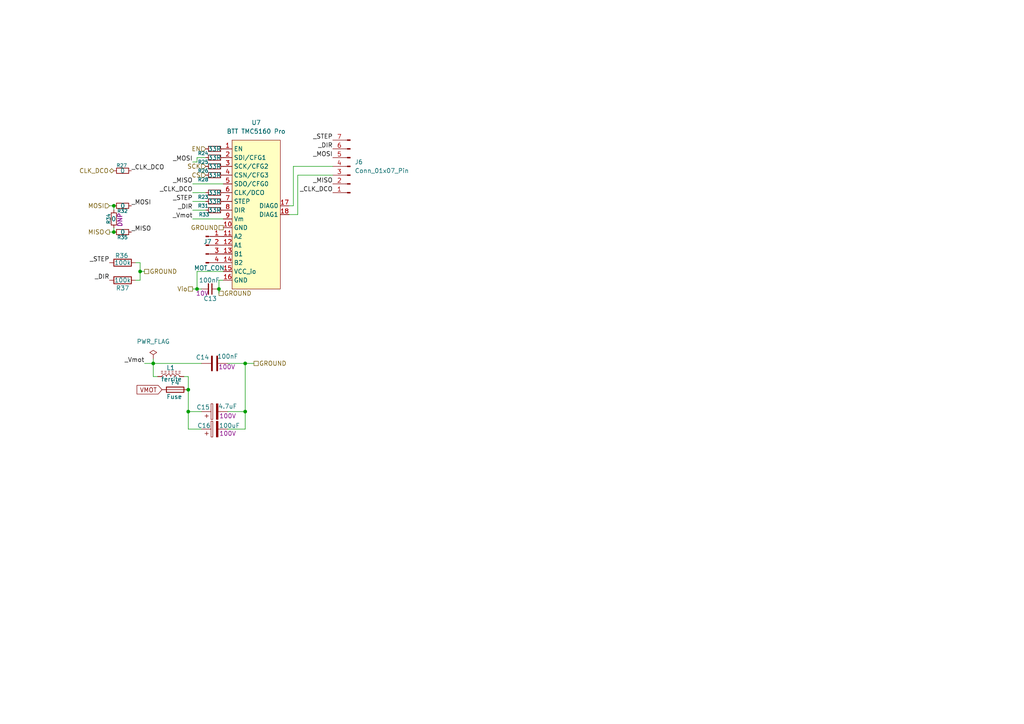
<source format=kicad_sch>
(kicad_sch (version 20250114) (generator "eeschema") (generator_version "9.0")
  (paper "A4")
  (lib_symbols
    (symbol "Connector:Conn_01x04_Pin" (pin_names (offset 1.016) (hide yes))
      (property "Reference" "J" (at 0 5.08 0))
      (property "Value" "Conn_01x04_Pin" (at 0 -7.62 0))
      (symbol "Conn_01x04_Pin_1_1"
        (rectangle (start 0.8636 2.667) (end 0 2.413) (stroke (width 0.1524)) (fill (type outline)))
        (rectangle (start 0.8636 0.127) (end 0 -0.127) (stroke (width 0.1524)) (fill (type outline)))
        (rectangle (start 0.8636 -2.413) (end 0 -2.667) (stroke (width 0.1524)) (fill (type outline)))
        (rectangle (start 0.8636 -4.953) (end 0 -5.207) (stroke (width 0.1524)) (fill (type outline)))
        (polyline (pts (xy 1.27 2.54) (xy 0.8636 2.54)) (stroke (width 0.1524)))
        (polyline (pts (xy 1.27 0) (xy 0.8636 0)) (stroke (width 0.1524)))
        (polyline (pts (xy 1.27 -2.54) (xy 0.8636 -2.54)) (stroke (width 0.1524)))
        (polyline (pts (xy 1.27 -5.08) (xy 0.8636 -5.08)) (stroke (width 0.1524)))
        (pin passive line (at 5.08 2.54 180) (length 3.81) (name "Pin_1") (number "1"))
        (pin passive line (at 5.08 0 180) (length 3.81) (name "Pin_2") (number "2"))
        (pin passive line (at 5.08 -2.54 180) (length 3.81) (name "Pin_3") (number "3"))
        (pin passive line (at 5.08 -5.08 180) (length 3.81) (name "Pin_4") (number "4"))
      )
    )
    (symbol "Connector:Conn_01x07_Pin" (pin_names (offset 1.016) (hide yes))
      (property "Reference" "J" (at 0 10.16 0))
      (property "Value" "Conn_01x07_Pin" (at 0 -10.16 0))
      (symbol "Conn_01x07_Pin_1_1"
        (rectangle (start 0.8636 7.747) (end 0 7.493) (stroke (width 0.1524)) (fill (type outline)))
        (rectangle (start 0.8636 5.207) (end 0 4.953) (stroke (width 0.1524)) (fill (type outline)))
        (rectangle (start 0.8636 2.667) (end 0 2.413) (stroke (width 0.1524)) (fill (type outline)))
        (rectangle (start 0.8636 0.127) (end 0 -0.127) (stroke (width 0.1524)) (fill (type outline)))
        (rectangle (start 0.8636 -2.413) (end 0 -2.667) (stroke (width 0.1524)) (fill (type outline)))
        (rectangle (start 0.8636 -4.953) (end 0 -5.207) (stroke (width 0.1524)) (fill (type outline)))
        (rectangle (start 0.8636 -7.493) (end 0 -7.747) (stroke (width 0.1524)) (fill (type outline)))
        (polyline (pts (xy 1.27 7.62) (xy 0.8636 7.62)) (stroke (width 0.1524)))
        (polyline (pts (xy 1.27 5.08) (xy 0.8636 5.08)) (stroke (width 0.1524)))
        (polyline (pts (xy 1.27 2.54) (xy 0.8636 2.54)) (stroke (width 0.1524)))
        (polyline (pts (xy 1.27 0) (xy 0.8636 0)) (stroke (width 0.1524)))
        (polyline (pts (xy 1.27 -2.54) (xy 0.8636 -2.54)) (stroke (width 0.1524)))
        (polyline (pts (xy 1.27 -5.08) (xy 0.8636 -5.08)) (stroke (width 0.1524)))
        (polyline (pts (xy 1.27 -7.62) (xy 0.8636 -7.62)) (stroke (width 0.1524)))
        (pin passive line (at 5.08 7.62 180) (length 3.81) (name "Pin_1") (number "1"))
        (pin passive line (at 5.08 5.08 180) (length 3.81) (name "Pin_2") (number "2"))
        (pin passive line (at 5.08 2.54 180) (length 3.81) (name "Pin_3") (number "3"))
        (pin passive line (at 5.08 0 180) (length 3.81) (name "Pin_4") (number "4"))
        (pin passive line (at 5.08 -2.54 180) (length 3.81) (name "Pin_5") (number "5"))
        (pin passive line (at 5.08 -5.08 180) (length 3.81) (name "Pin_6") (number "6"))
        (pin passive line (at 5.08 -7.62 180) (length 3.81) (name "Pin_7") (number "7"))
      )
    )
    (symbol "Device:C" (pin_numbers (hide yes)) (pin_names (offset 0.254))
      (property "Reference" "C" (at 0.635 2.54 0))
      (property "Value" "C" (at 0.635 -2.54 0))
      (symbol "C_0_1"
        (polyline (pts (xy -2.032 0.762) (xy 2.032 0.762)) (stroke (width 0.508)))
        (polyline (pts (xy -2.032 -0.762) (xy 2.032 -0.762)) (stroke (width 0.508)))
      )
      (symbol "C_1_1"
        (pin passive line (at 0 3.81 270) (length 2.794) (name "~") (number "1"))
        (pin passive line (at 0 -3.81 90) (length 2.794) (name "~") (number "2"))
      )
    )
    (symbol "Device:C_Polarized" (pin_numbers (hide yes)) (pin_names (offset 0.254))
      (property "Reference" "C" (at 0.635 2.54 0))
      (property "Value" "C_Polarized" (at 0.635 -2.54 0))
      (symbol "C_Polarized_0_1"
        (rectangle (start -2.286 0.508) (end 2.286 1.016))
        (polyline (pts (xy -1.778 2.286) (xy -0.762 2.286)))
        (polyline (pts (xy -1.27 2.794) (xy -1.27 1.778)))
        (rectangle (start 2.286 -0.508) (end -2.286 -1.016) (fill (type outline)))
      )
      (symbol "C_Polarized_1_1"
        (pin passive line (at 0 3.81 270) (length 2.794) (name "~") (number "1"))
        (pin passive line (at 0 -3.81 90) (length 2.794) (name "~") (number "2"))
      )
    )
    (symbol "Device:C_Small" (pin_numbers (hide yes)) (pin_names (offset 0.254) (hide yes))
      (property "Reference" "C" (at 0.254 1.778 0))
      (property "Value" "C_Small" (at 0.254 -2.032 0))
      (symbol "C_Small_0_1"
        (polyline (pts (xy -1.524 0.508) (xy 1.524 0.508)) (stroke (width 0.3048)))
        (polyline (pts (xy -1.524 -0.508) (xy 1.524 -0.508)) (stroke (width 0.3302)))
      )
      (symbol "C_Small_1_1"
        (pin passive line (at 0 2.54 270) (length 2.032) (name "~") (number "1"))
        (pin passive line (at 0 -2.54 90) (length 2.032) (name "~") (number "2"))
      )
    )
    (symbol "Device:Fuse" (pin_numbers (hide yes)) (pin_names (offset 0))
      (property "Reference" "F" (at 2.032 0 90))
      (property "Value" "Fuse" (at -1.905 0 90))
      (symbol "Fuse_0_1"
        (rectangle (start -0.762 -2.54) (end 0.762 2.54) (stroke (width 0.254)))
        (polyline (pts (xy 0 2.54) (xy 0 -2.54)))
      )
      (symbol "Fuse_1_1"
        (pin passive line (at 0 3.81 270) (length 1.27) (name "~") (number "1"))
        (pin passive line (at 0 -3.81 90) (length 1.27) (name "~") (number "2"))
      )
    )
    (symbol "Device:L_Ferrite" (pin_numbers (hide yes)) (pin_names (offset 1.016) (hide yes))
      (property "Reference" "L" (at -1.27 0 90))
      (property "Value" "L_Ferrite" (at 2.794 0 90))
      (symbol "L_Ferrite_0_1"
        (arc (start 0 2.54) (mid 0.6323 1.905) (end 0 1.27))
        (arc (start 0 1.27) (mid 0.6323 0.635) (end 0 0))
        (arc (start 0 0) (mid 0.6323 -0.635) (end 0 -1.27))
        (arc (start 0 -1.27) (mid 0.6323 -1.905) (end 0 -2.54))
        (polyline (pts (xy 1.016 2.286) (xy 1.016 2.794)))
        (polyline (pts (xy 1.016 1.27) (xy 1.016 1.778)))
        (polyline (pts (xy 1.016 0.254) (xy 1.016 0.762)))
        (polyline (pts (xy 1.016 -0.762) (xy 1.016 -0.254)))
        (polyline (pts (xy 1.016 -1.778) (xy 1.016 -1.27)))
        (polyline (pts (xy 1.016 -2.794) (xy 1.016 -2.286)))
        (polyline (pts (xy 1.524 2.794) (xy 1.524 2.286)))
        (polyline (pts (xy 1.524 1.778) (xy 1.524 1.27)))
        (polyline (pts (xy 1.524 0.762) (xy 1.524 0.254)))
        (polyline (pts (xy 1.524 -0.254) (xy 1.524 -0.762)))
        (polyline (pts (xy 1.524 -1.27) (xy 1.524 -1.778)))
        (polyline (pts (xy 1.524 -2.286) (xy 1.524 -2.794)))
      )
      (symbol "L_Ferrite_1_1"
        (pin passive line (at 0 3.81 270) (length 1.27) (name "1") (number "1"))
        (pin passive line (at 0 -3.81 90) (length 1.27) (name "2") (number "2"))
      )
    )
    (symbol "Device:R" (pin_numbers (hide yes)) (pin_names (offset 0))
      (property "Reference" "R" (at 2.032 0 90))
      (property "Value" "R" (at 0 0 90))
      (symbol "R_0_1"
        (rectangle (start -1.016 -2.54) (end 1.016 2.54) (stroke (width 0.254)))
      )
      (symbol "R_1_1"
        (pin passive line (at 0 3.81 270) (length 1.27) (name "~") (number "1"))
        (pin passive line (at 0 -3.81 90) (length 1.27) (name "~") (number "2"))
      )
    )
    (symbol "Device:R_Small" (pin_numbers (hide yes)) (pin_names (offset 0.254) (hide yes))
      (property "Reference" "R" (at 0 0 90))
      (property "Value" "R_Small" (at 1.778 0 90))
      (symbol "R_Small_0_1"
        (rectangle (start -0.762 1.778) (end 0.762 -1.778) (stroke (width 0.2032)))
      )
      (symbol "R_Small_1_1"
        (pin passive line (at 0 2.54 270) (length 0.762) (name "~") (number "1"))
        (pin passive line (at 0 -2.54 90) (length 0.762) (name "~") (number "2"))
      )
    )
    (symbol "Driver_Motor:BTT-TMC5160-PRO-v1_0"
      (property "Reference" "U" (at 6.858 -44.704 0))
      (property "Value" "BTT TMC5160 Pro" (at 6.35 1.27 0))
      (symbol "BTT-TMC5160-PRO-v1_0_1_1"
        (rectangle (start 0 0) (end 13.97 -43.18) (fill (type background)))
        (pin input line (at -2.54 -2.54 0) (length 2.54) (name "EN") (number "1"))
        (pin input line (at -2.54 -5.08 0) (length 2.54) (name "SDI/CFG1") (number "2"))
        (pin input line (at -2.54 -7.62 0) (length 2.54) (name "SCK/CFG2") (number "3"))
        (pin input line (at -2.54 -10.16 0) (length 2.54) (name "CSN/CFG3") (number "4"))
        (pin output line (at -2.54 -12.7 0) (length 2.54) (name "SDO/CFG0") (number "5"))
        (pin bidirectional line (at -2.54 -15.24 0) (length 2.54) (name "CLK/DCO") (number "6"))
        (pin input line (at -2.54 -17.78 0) (length 2.54) (name "STEP") (number "7"))
        (pin input line (at -2.54 -20.32 0) (length 2.54) (name "DIR") (number "8"))
        (pin power_in line (at -2.54 -22.86 0) (length 2.54) (name "Vm") (number "9"))
        (pin power_in line (at -2.54 -25.4 0) (length 2.54) (name "GND") (number "10"))
        (pin power_out line (at -2.54 -27.94 0) (length 2.54) (name "A2") (number "11"))
        (pin power_out line (at -2.54 -30.48 0) (length 2.54) (name "A1") (number "12"))
        (pin power_out line (at -2.54 -33.02 0) (length 2.54) (name "B1") (number "13"))
        (pin power_out line (at -2.54 -35.56 0) (length 2.54) (name "B2") (number "14"))
        (pin power_in line (at -2.54 -38.1 0) (length 2.54) (name "VCC_io") (number "15"))
        (pin power_in line (at -2.54 -40.64 0) (length 2.54) (name "GND") (number "16"))
        (pin bidirectional line (at 16.51 -19.05 180) (length 2.54) (name "DIAG0") (number "17"))
        (pin bidirectional line (at 16.51 -21.59 180) (length 2.54) (name "DIAG1") (number "18"))
      )
    )
    (symbol "power:PWR_FLAG" (power) (pin_numbers (hide yes)) (pin_names (offset 0) (hide yes))
      (property "Value" "PWR_FLAG" (at 0 3.81 0))
      (symbol "PWR_FLAG_0_0"
        (pin power_out line (at 0 0 90) (length 0) (name "~") (number "1"))
      )
      (symbol "PWR_FLAG_0_1"
        (polyline (pts (xy 0 0) (xy 0 1.27) (xy -1.016 1.905) (xy 0 2.54) (xy 1.016 1.905) (xy 0 1.27)))
      )
    )
  )
  (junction (at 40.64 78.74))
  (junction (at 54.61 113.03))
  (junction (at 33.02 59.69))
  (junction (at 33.02 67.31))
  (junction (at 57.15 83.82))
  (junction (at 71.12 105.41))
  (junction (at 44.45 105.41))
  (junction (at 63.5 83.82))
  (junction (at 71.12 119.38))
  (junction (at 54.61 119.38))
  (wire (pts (xy 55.88 63.5) (xy 64.77 63.5)))
  (wire (pts (xy 64.77 78.74) (xy 57.15 78.74)))
  (wire (pts (xy 31.75 59.69) (xy 33.02 59.69)))
  (wire (pts (xy 63.5 85.09) (xy 63.5 83.82)))
  (wire (pts (xy 55.88 83.82) (xy 57.15 83.82)))
  (wire (pts (xy 33.02 67.31) (xy 33.02 66.04)))
  (wire (pts (xy 55.88 58.42) (xy 59.69 58.42)))
  (wire (pts (xy 55.88 53.34) (xy 64.77 53.34)))
  (wire (pts (xy 40.64 76.2) (xy 40.64 78.74)))
  (wire (pts (xy 55.88 55.88) (xy 59.69 55.88)))
  (wire (pts (xy 83.82 62.23) (xy 86.36 62.23)))
  (wire (pts (xy 54.61 119.38) (xy 58.42 119.38)))
  (wire (pts (xy 40.64 81.28) (xy 40.64 78.74)))
  (wire (pts (xy 41.91 105.41) (xy 44.45 105.41)))
  (wire (pts (xy 55.88 60.96) (xy 59.69 60.96)))
  (wire (pts (xy 85.09 59.69) (xy 85.09 48.26)))
  (wire (pts (xy 54.61 124.46) (xy 58.42 124.46)))
  (wire (pts (xy 40.64 78.74) (xy 41.91 78.74)))
  (wire (pts (xy 71.12 105.41) (xy 66.04 105.41)))
  (wire (pts (xy 66.04 124.46) (xy 71.12 124.46)))
  (wire (pts (xy 86.36 50.8) (xy 96.52 50.8)))
  (wire (pts (xy 39.37 81.28) (xy 40.64 81.28)))
  (wire (pts (xy 54.61 119.38) (xy 54.61 124.46)))
  (wire (pts (xy 64.77 81.28) (xy 63.5 81.28)))
  (wire (pts (xy 44.45 109.22) (xy 45.72 109.22)))
  (wire (pts (xy 31.75 67.31) (xy 33.02 67.31)))
  (wire (pts (xy 58.42 105.41) (xy 44.45 105.41)))
  (wire (pts (xy 44.45 104.14) (xy 44.45 105.41)))
  (wire (pts (xy 85.09 48.26) (xy 96.52 48.26)))
  (wire (pts (xy 55.88 46.99) (xy 57.15 46.99)))
  (wire (pts (xy 83.82 59.69) (xy 85.09 59.69)))
  (wire (pts (xy 44.45 105.41) (xy 44.45 109.22)))
  (wire (pts (xy 57.15 45.72) (xy 59.69 45.72)))
  (wire (pts (xy 57.15 78.74) (xy 57.15 83.82)))
  (wire (pts (xy 71.12 105.41) (xy 71.12 119.38)))
  (wire (pts (xy 86.36 62.23) (xy 86.36 50.8)))
  (wire (pts (xy 63.5 81.28) (xy 63.5 83.82)))
  (wire (pts (xy 66.04 119.38) (xy 71.12 119.38)))
  (wire (pts (xy 39.37 76.2) (xy 40.64 76.2)))
  (wire (pts (xy 54.61 109.22) (xy 54.61 113.03)))
  (wire (pts (xy 57.15 83.82) (xy 58.42 83.82)))
  (wire (pts (xy 54.61 113.03) (xy 54.61 119.38)))
  (wire (pts (xy 71.12 124.46) (xy 71.12 119.38)))
  (wire (pts (xy 53.34 109.22) (xy 54.61 109.22)))
  (wire (pts (xy 57.15 46.99) (xy 57.15 45.72)))
  (wire (pts (xy 33.02 59.69) (xy 33.02 60.96)))
  (wire (pts (xy 71.12 105.41) (xy 73.66 105.41)))
  (label "_Vmot" (at 55.88 63.5 180))
  (label "_Vmot" (at 41.91 105.41 180))
  (label "_CLK_DCO" (at 55.88 55.88 180))
  (label "_MOSI" (at 96.52 45.72 180))
  (label "_STEP" (at 55.88 58.42 180))
  (label "_CLK_DCO" (at 38.1 49.53 0))
  (label "_CLK_DCO" (at 96.52 55.88 180))
  (label "_DIR" (at 96.52 43.18 180))
  (label "_DIR" (at 31.75 81.28 180))
  (label "_MOSI" (at 55.88 46.99 180))
  (label "_STEP" (at 96.52 40.64 180))
  (label "_DIR" (at 55.88 60.96 180))
  (label "_MISO" (at 38.1 67.31 0))
  (label "_MISO" (at 55.88 53.34 180))
  (label "_STEP" (at 31.75 76.2 180))
  (label "_MOSI" (at 38.1 59.69 0))
  (label "_MISO" (at 96.52 53.34 180))
  (global_label "VMOT" (shape input) (at 46.99 113.03 180) (property "Intersheetrefs" "${INTERSHEET_REFS}" (effects (hide yes))))
  (hierarchical_label "CLK_DCO" (shape bidirectional) (at 33.02 49.53 180))
  (hierarchical_label "CS" (shape input) (at 59.69 50.8 180))
  (hierarchical_label "SCK" (shape input) (at 59.69 48.26 180))
  (hierarchical_label "GROUND" (shape passive) (at 73.66 105.41 0))
  (hierarchical_label "Vio" (shape passive) (at 55.88 83.82 180))
  (hierarchical_label "MISO" (shape output) (at 31.75 67.31 180))
  (hierarchical_label "MOSI" (shape input) (at 31.75 59.69 180))
  (hierarchical_label "GROUND" (shape passive) (at 41.91 78.74 0))
  (hierarchical_label "GROUND" (shape passive) (at 63.5 85.09 0))
  (hierarchical_label "GROUND" (shape passive) (at 64.77 66.04 180))
  (hierarchical_label "EN" (shape input) (at 59.69 43.18 180))
  (symbol (lib_id "Device:R_Small") (at 62.23 45.72 90) (unit 1)
    (property "Reference" "R25" (at 58.928 46.99 90) (effects (font (size 1.016 1.016))))
    (property "Value" "33R" (at 62.23 45.72 90))
    (property "Footprint" "Resistor_SMD:R_0805_2012Metric_Pad1.20x1.40mm_HandSolder" (effects (hide yes)))
    (property "Description" "Resistor, small symbol" (effects (hide yes)))
    (instances (project "telepresence-bot" (path "" (reference "R25") (unit 1)) (path "" (reference "R66") (unit 1)) (path "" (reference "R51") (unit 1)) (path "" (reference "R81") (unit 1))))
  )
  (symbol (lib_id "Device:R_Small") (at 62.23 43.18 90) (unit 1)
    (property "Reference" "R24" (at 58.928 44.45 90) (effects (font (size 1.016 1.016))))
    (property "Value" "33R" (at 62.23 43.18 90))
    (property "Footprint" "Resistor_SMD:R_0805_2012Metric_Pad1.20x1.40mm_HandSolder" (effects (hide yes)))
    (property "Description" "Resistor, small symbol" (effects (hide yes)))
    (instances (project "telepresence-bot" (path "" (reference "R24") (unit 1)) (path "" (reference "R65") (unit 1)) (path "" (reference "R50") (unit 1)) (path "" (reference "R80") (unit 1))))
  )
  (symbol (lib_id "Device:R_Small") (at 35.56 49.53 90) (unit 1)
    (property "Reference" "R27" (at 35.306 48.006 90) (effects (font (size 1.016 1.016))))
    (property "Value" "0" (at 35.56 49.53 90))
    (property "Footprint" "Jumper:SolderJumper-2_P1.3mm_Open_Pad1.0x1.5mm" (effects (hide yes)))
    (property "Description" "Resistor, small symbol" (effects (hide yes)))
    (instances (project "telepresence-bot" (path "" (reference "R27") (unit 1)) (path "" (reference "R68") (unit 1)) (path "" (reference "R53") (unit 1)) (path "" (reference "R83") (unit 1))))
  )
  (symbol (lib_id "Device:C_Polarized") (at 62.23 119.38 90) (unit 1)
    (property "Reference" "C15" (at 58.928 118.11 90))
    (property "Value" "4.7uF" (at 66.04 117.856 90))
    (property "Footprint" "Capacitor_THT:CP_Radial_D5.0mm_P2.50mm" (effects (hide yes)))
    (property "Description" "Polarized capacitor" (effects (hide yes)))
    (property "V" "100V" (at 66.04 120.65 90))
    (instances (project "telepresence-bot" (path "" (reference "C15") (unit 1)) (path "" (reference "C33") (unit 1)) (path "" (reference "C29") (unit 1)) (path "" (reference "C37") (unit 1))))
  )
  (symbol (lib_id "Device:R_Small") (at 62.23 48.26 90) (unit 1)
    (property "Reference" "R26" (at 58.928 49.53 90) (effects (font (size 1.016 1.016))))
    (property "Value" "33R" (at 62.23 48.26 90))
    (property "Footprint" "Resistor_SMD:R_0805_2012Metric_Pad1.20x1.40mm_HandSolder" (effects (hide yes)))
    (property "Description" "Resistor, small symbol" (effects (hide yes)))
    (instances (project "telepresence-bot" (path "" (reference "R26") (unit 1)) (path "" (reference "R67") (unit 1)) (path "" (reference "R52") (unit 1)) (path "" (reference "R82") (unit 1))))
  )
  (symbol (lib_id "Device:L_Ferrite") (at 49.53 109.22 90) (unit 1)
    (property "Reference" "L1" (at 48.26 106.68 90) (effects (justify right)))
    (property "Value" "ferrite" (at 46.736 109.982 90) (effects (justify right)))
    (property "Footprint" "Inductor_SMD:L_1210_3225Metric_Pad1.42x2.65mm_HandSolder" (effects (hide yes)))
    (property "Description" "Inductor with ferrite core" (effects (hide yes)))
    (instances (project "telepresence-bot" (path "" (reference "L1") (unit 1)) (path "" (reference "L4") (unit 1)) (path "" (reference "L3") (unit 1)) (path "" (reference "L5") (unit 1))))
  )
  (symbol (lib_id "Device:R_Small") (at 62.23 60.96 90) (unit 1)
    (property "Reference" "R33" (at 59.182 62.23 90) (effects (font (size 1.016 1.016))))
    (property "Value" "33R" (at 62.23 60.96 90))
    (property "Footprint" "Resistor_SMD:R_0805_2012Metric_Pad1.20x1.40mm_HandSolder" (effects (hide yes)))
    (property "Description" "Resistor, small symbol" (effects (hide yes)))
    (instances (project "telepresence-bot" (path "" (reference "R33") (unit 1)) (path "" (reference "R74") (unit 1)) (path "" (reference "R59") (unit 1)) (path "" (reference "R89") (unit 1))))
  )
  (symbol (lib_id "Device:R_Small") (at 33.02 63.5 0) (unit 1)
    (property "Reference" "R34" (at 31.496 65.024 90) (effects (font (size 1.016 1.016)) (justify left)))
    (property "Value" "0" (at 32.258 63.5 0) (effects (justify left)))
    (property "Footprint" "Jumper:SolderJumper-2_P1.3mm_Open_Pad1.0x1.5mm" (effects (hide yes)))
    (property "Description" "Resistor, small symbol" (effects (hide yes)))
    (property "DNP" "DNP" (at 34.798 63.754 90))
    (instances (project "telepresence-bot" (path "" (reference "R34") (unit 1)) (path "" (reference "R75") (unit 1)) (path "" (reference "R60") (unit 1)) (path "" (reference "R90") (unit 1))))
  )
  (symbol (lib_id "Connector:Conn_01x04_Pin") (at 59.69 71.12 0) (unit 1)
    (property "Reference" "J7" (at 60.198 70.104 0))
    (property "Value" "MOT_CON" (at 60.706 77.724 0))
    (property "Footprint" "Connector_PinSocket_2.54mm:PinSocket_1x04_P2.54mm_Vertical" (effects (hide yes)))
    (property "Description" "Generic connector, single row, 01x04, script generated" (effects (hide yes)))
    (instances (project "telepresence-bot" (path "" (reference "J7") (unit 1)) (path "" (reference "J18") (unit 1)) (path "" (reference "J16") (unit 1)) (path "" (reference "J20") (unit 1))))
  )
  (symbol (lib_id "Device:R") (at 35.56 76.2 90) (unit 1)
    (property "Reference" "R36" (at 35.306 74.168 90))
    (property "Value" "100k" (at 35.56 76.2 90))
    (property "Footprint" "Resistor_SMD:R_0805_2012Metric_Pad1.20x1.40mm_HandSolder" (effects (hide yes)))
    (property "Description" "Resistor" (effects (hide yes)))
    (instances (project "telepresence-bot" (path "" (reference "R36") (unit 1)) (path "" (reference "R77") (unit 1)) (path "" (reference "R62") (unit 1)) (path "" (reference "R92") (unit 1))))
  )
  (symbol (lib_id "Device:R") (at 35.56 81.28 90) (unit 1)
    (property "Reference" "R37" (at 35.56 83.566 90))
    (property "Value" "100k" (at 35.56 81.28 90))
    (property "Footprint" "Resistor_SMD:R_0805_2012Metric_Pad1.20x1.40mm_HandSolder" (effects (hide yes)))
    (property "Description" "Resistor" (effects (hide yes)))
    (instances (project "telepresence-bot" (path "" (reference "R37") (unit 1)) (path "" (reference "R78") (unit 1)) (path "" (reference "R63") (unit 1)) (path "" (reference "R93") (unit 1))))
  )
  (symbol (lib_id "Device:C_Small") (at 60.96 83.82 270) (unit 1)
    (property "Reference" "C13" (at 60.96 86.614 90))
    (property "Value" "100nF" (at 60.706 81.28 90))
    (property "Footprint" "Capacitor_SMD:C_0805_2012Metric_Pad1.18x1.45mm_HandSolder" (effects (hide yes)))
    (property "Description" "Unpolarized capacitor, small symbol" (effects (hide yes)))
    (property "V" "10V" (at 58.674 85.09 90))
    (instances (project "telepresence-bot" (path "" (reference "C13") (unit 1)) (path "" (reference "C31") (unit 1)) (path "" (reference "C27") (unit 1)) (path "" (reference "C35") (unit 1))))
  )
  (symbol (lib_id "Device:R_Small") (at 35.56 59.69 90) (unit 1)
    (property "Reference" "R32" (at 37.084 61.214 90) (effects (font (size 1.016 1.016)) (justify left)))
    (property "Value" "0" (at 36.322 59.69 90) (effects (justify left)))
    (property "Footprint" "Jumper:SolderJumper-2_P1.3mm_Open_Pad1.0x1.5mm" (effects (hide yes)))
    (property "Description" "Resistor, small symbol" (effects (hide yes)))
    (instances (project "telepresence-bot" (path "" (reference "R32") (unit 1)) (path "" (reference "R73") (unit 1)) (path "" (reference "R58") (unit 1)) (path "" (reference "R88") (unit 1))))
  )
  (symbol (lib_id "power:PWR_FLAG") (at 44.45 104.14 0) (unit 1)
    (property "Reference" "#FLG04" (effects (hide yes)))
    (property "Value" "PWR_FLAG" (at 44.45 99.06 0))
    (property "Description" "Special symbol for telling ERC where power comes from" (effects (hide yes)))
    (instances (project "" (path "" (reference "#FLG04") (unit 1)) (path "" (reference "#FLG09") (unit 1)) (path "" (reference "#FLG08") (unit 1)) (path "" (reference "#FLG010") (unit 1))))
  )
  (symbol (lib_id "Device:R_Small") (at 62.23 50.8 90) (unit 1)
    (property "Reference" "R28" (at 58.928 52.07 90) (effects (font (size 1.016 1.016))))
    (property "Value" "33R" (at 62.23 50.8 90))
    (property "Footprint" "Resistor_SMD:R_0805_2012Metric_Pad1.20x1.40mm_HandSolder" (effects (hide yes)))
    (property "Description" "Resistor, small symbol" (effects (hide yes)))
    (instances (project "telepresence-bot" (path "" (reference "R28") (unit 1)) (path "" (reference "R69") (unit 1)) (path "" (reference "R54") (unit 1)) (path "" (reference "R84") (unit 1))))
  )
  (symbol (lib_id "Connector:Conn_01x07_Pin") (at 101.6 48.26 180) (unit 1)
    (property "Reference" "J6" (at 102.87 46.9899 0) (effects (justify right)))
    (property "Value" "Conn_01x07_Pin" (at 102.87 49.5299 0) (effects (justify right)))
    (property "Footprint" "Connector_PinSocket_2.54mm:PinSocket_1x07_P2.54mm_Vertical" (effects (hide yes)))
    (property "Description" "Generic connector, single row, 01x07, script generated" (effects (hide yes)))
    (instances (project "" (path "" (reference "J6") (unit 1)) (path "" (reference "J17") (unit 1)) (path "" (reference "J15") (unit 1)) (path "" (reference "J19") (unit 1))))
  )
  (symbol (lib_id "Driver_Motor:BTT-TMC5160-PRO-v1_0") (at 67.31 40.64 0) (unit 1)
    (property "Reference" "U7" (at 74.295 35.56 0))
    (property "Value" "BTT TMC5160 Pro" (at 74.295 38.1 0))
    (property "Footprint" "Module:BTT-TMC5160PRO-v1.0" (effects (hide yes)))
    (property "Datasheet" "https://cdn.shopify.com/s/files/1/1619/4791/files/BIGTREETECH_TMC5160_PRO-V1.1_user_manual_1.pdf?v=1699435321" (effects (hide yes)))
    (instances (project "telepresence-bot" (path "" (reference "U7") (unit 1)) (path "" (reference "U14") (unit 1)) (path "" (reference "U13") (unit 1)) (path "" (reference "U15") (unit 1))))
  )
  (symbol (lib_id "Device:C_Polarized") (at 62.23 124.46 90) (unit 1)
    (property "Reference" "C16" (at 59.182 123.444 90))
    (property "Value" "100uF" (at 66.548 123.444 90))
    (property "Footprint" "Capacitor_THT:CP_Radial_D8.0mm_P5.00mm" (effects (hide yes)))
    (property "Description" "Polarized capacitor" (effects (hide yes)))
    (property "V" "100V" (at 66.04 125.73 90))
    (instances (project "telepresence-bot" (path "" (reference "C16") (unit 1)) (path "" (reference "C34") (unit 1)) (path "" (reference "C30") (unit 1)) (path "" (reference "C38") (unit 1))))
  )
  (symbol (lib_id "Device:C") (at 62.23 105.41 90) (unit 1)
    (property "Reference" "C14" (at 60.706 103.632 90) (effects (justify left)))
    (property "Value" "100nF" (at 69.088 103.378 90) (effects (justify left)))
    (property "Footprint" "Capacitor_SMD:C_1206_3216Metric_Pad1.33x1.80mm_HandSolder" (effects (hide yes)))
    (property "Description" "Unpolarized capacitor" (effects (hide yes)))
    (property "V" "100V" (at 65.786 106.426 90))
    (instances (project "telepresence-bot" (path "" (reference "C14") (unit 1)) (path "" (reference "C32") (unit 1)) (path "" (reference "C28") (unit 1)) (path "" (reference "C36") (unit 1))))
  )
  (symbol (lib_id "Device:R_Small") (at 62.23 55.88 90) (unit 1)
    (property "Reference" "R23" (at 58.928 57.15 90) (effects (font (size 1.016 1.016))))
    (property "Value" "33R" (at 62.23 55.88 90))
    (property "Footprint" "Resistor_SMD:R_0805_2012Metric_Pad1.20x1.40mm_HandSolder" (effects (hide yes)))
    (property "Description" "Resistor, small symbol" (effects (hide yes)))
    (instances (project "telepresence-bot" (path "" (reference "R23") (unit 1)) (path "" (reference "R49") (unit 1)) (path "" (reference "R29") (unit 1)) (path "" (reference "R55") (unit 1))))
  )
  (symbol (lib_id "Device:Fuse") (at 50.8 113.03 270) (unit 1)
    (property "Reference" "F4" (at 52.07 110.998 90) (effects (justify right)))
    (property "Value" "Fuse" (at 52.832 115.062 90) (effects (justify right)))
    (property "Footprint" "Fuse:XFCN XF-508P-A-B" (effects (hide yes)))
    (property "Description" "Fuse" (effects (hide yes)))
    (instances (project "telepresence-bot" (path "" (reference "F4") (unit 1)) (path "" (reference "F7") (unit 1)) (path "" (reference "F6") (unit 1)) (path "" (reference "F8") (unit 1))))
  )
  (symbol (lib_id "Device:R_Small") (at 35.56 67.31 90) (unit 1)
    (property "Reference" "R35" (at 37.084 68.834 90) (effects (font (size 1.016 1.016)) (justify left)))
    (property "Value" "0" (at 36.322 67.31 90) (effects (justify left)))
    (property "Footprint" "Jumper:SolderJumper-2_P1.3mm_Open_Pad1.0x1.5mm" (effects (hide yes)))
    (property "Description" "Resistor, small symbol" (effects (hide yes)))
    (instances (project "telepresence-bot" (path "" (reference "R35") (unit 1)) (path "" (reference "R76") (unit 1)) (path "" (reference "R61") (unit 1)) (path "" (reference "R91") (unit 1))))
  )
  (symbol (lib_id "Device:R_Small") (at 62.23 58.42 90) (unit 1)
    (property "Reference" "R31" (at 58.928 59.69 90) (effects (font (size 1.016 1.016))))
    (property "Value" "33R" (at 62.23 58.42 90))
    (property "Footprint" "Resistor_SMD:R_0805_2012Metric_Pad1.20x1.40mm_HandSolder" (effects (hide yes)))
    (property "Description" "Resistor, small symbol" (effects (hide yes)))
    (instances (project "telepresence-bot" (path "" (reference "R31") (unit 1)) (path "" (reference "R72") (unit 1)) (path "" (reference "R57") (unit 1)) (path "" (reference "R87") (unit 1))))
  )
)
</source>
